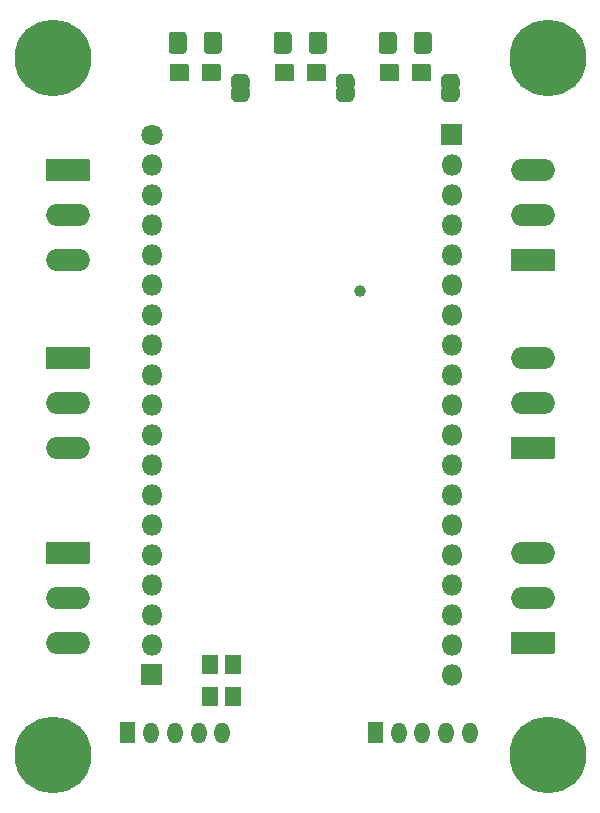
<source format=gbr>
G04 #@! TF.GenerationSoftware,KiCad,Pcbnew,(5.1.7)-1*
G04 #@! TF.CreationDate,2020-12-15T01:37:48+01:00*
G04 #@! TF.ProjectId,espbreakout,65737062-7265-4616-9b6f-75742e6b6963,rev?*
G04 #@! TF.SameCoordinates,Original*
G04 #@! TF.FileFunction,Soldermask,Top*
G04 #@! TF.FilePolarity,Negative*
%FSLAX46Y46*%
G04 Gerber Fmt 4.6, Leading zero omitted, Abs format (unit mm)*
G04 Created by KiCad (PCBNEW (5.1.7)-1) date 2020-12-15 01:37:48*
%MOMM*%
%LPD*%
G01*
G04 APERTURE LIST*
%ADD10O,1.802000X1.802000*%
%ADD11C,1.802000*%
%ADD12O,3.702000X1.902000*%
%ADD13O,1.302000X1.802000*%
%ADD14C,0.100000*%
%ADD15C,1.000000*%
%ADD16C,6.502000*%
%ADD17C,0.902000*%
G04 APERTURE END LIST*
G36*
G01*
X66532000Y-22610400D02*
X66532000Y-20910400D01*
G75*
G02*
X66583000Y-20859400I51000J0D01*
G01*
X68283000Y-20859400D01*
G75*
G02*
X68334000Y-20910400I0J-51000D01*
G01*
X68334000Y-22610400D01*
G75*
G02*
X68283000Y-22661400I-51000J0D01*
G01*
X66583000Y-22661400D01*
G75*
G02*
X66532000Y-22610400I0J51000D01*
G01*
G37*
D10*
X67433000Y-24300400D03*
X67433000Y-26840400D03*
X67433000Y-42080400D03*
X67433000Y-31920400D03*
X67433000Y-29380400D03*
X67433000Y-37000400D03*
X67433000Y-54780400D03*
X67433000Y-49700400D03*
X67433000Y-57320400D03*
X67433000Y-62400400D03*
X67433000Y-64940400D03*
X67433000Y-52240400D03*
X67433000Y-67480400D03*
X67433000Y-39540400D03*
X67433000Y-44620400D03*
X67433000Y-47160400D03*
X67433000Y-59860400D03*
X67433000Y-34460400D03*
D11*
X42040500Y-21768600D03*
D10*
X42040500Y-24308600D03*
X42040500Y-26848600D03*
X42040500Y-42088600D03*
X42040500Y-31928600D03*
X42040500Y-29388600D03*
X42040500Y-37008600D03*
X42040500Y-54788600D03*
X42040500Y-49708600D03*
X42040500Y-57328600D03*
X42040500Y-62408600D03*
X42040500Y-64948600D03*
X42040500Y-52248600D03*
G36*
G01*
X41139500Y-68338600D02*
X41139500Y-66638600D01*
G75*
G02*
X41190500Y-66587600I51000J0D01*
G01*
X42890500Y-66587600D01*
G75*
G02*
X42941500Y-66638600I0J-51000D01*
G01*
X42941500Y-68338600D01*
G75*
G02*
X42890500Y-68389600I-51000J0D01*
G01*
X41190500Y-68389600D01*
G75*
G02*
X41139500Y-68338600I0J51000D01*
G01*
G37*
X42040500Y-39548600D03*
X42040500Y-44628600D03*
X42040500Y-47168600D03*
X42040500Y-59868600D03*
X42040500Y-34468600D03*
G36*
G01*
X33125000Y-39689000D02*
X36725000Y-39689000D01*
G75*
G02*
X36776000Y-39740000I0J-51000D01*
G01*
X36776000Y-41540000D01*
G75*
G02*
X36725000Y-41591000I-51000J0D01*
G01*
X33125000Y-41591000D01*
G75*
G02*
X33074000Y-41540000I0J51000D01*
G01*
X33074000Y-39740000D01*
G75*
G02*
X33125000Y-39689000I51000J0D01*
G01*
G37*
D12*
X34925000Y-44450000D03*
X34925000Y-48260000D03*
G36*
G01*
X33125000Y-56199000D02*
X36725000Y-56199000D01*
G75*
G02*
X36776000Y-56250000I0J-51000D01*
G01*
X36776000Y-58050000D01*
G75*
G02*
X36725000Y-58101000I-51000J0D01*
G01*
X33125000Y-58101000D01*
G75*
G02*
X33074000Y-58050000I0J51000D01*
G01*
X33074000Y-56250000D01*
G75*
G02*
X33125000Y-56199000I51000J0D01*
G01*
G37*
X34925000Y-60960000D03*
X34925000Y-64770000D03*
G36*
G01*
X33125000Y-23814000D02*
X36725000Y-23814000D01*
G75*
G02*
X36776000Y-23865000I0J-51000D01*
G01*
X36776000Y-25665000D01*
G75*
G02*
X36725000Y-25716000I-51000J0D01*
G01*
X33125000Y-25716000D01*
G75*
G02*
X33074000Y-25665000I0J51000D01*
G01*
X33074000Y-23865000D01*
G75*
G02*
X33125000Y-23814000I51000J0D01*
G01*
G37*
X34925000Y-28575000D03*
X34925000Y-32385000D03*
G36*
G01*
X76095000Y-33336000D02*
X72495000Y-33336000D01*
G75*
G02*
X72444000Y-33285000I0J51000D01*
G01*
X72444000Y-31485000D01*
G75*
G02*
X72495000Y-31434000I51000J0D01*
G01*
X76095000Y-31434000D01*
G75*
G02*
X76146000Y-31485000I0J-51000D01*
G01*
X76146000Y-33285000D01*
G75*
G02*
X76095000Y-33336000I-51000J0D01*
G01*
G37*
X74295000Y-28575000D03*
X74295000Y-24765000D03*
G36*
G01*
X76095000Y-49211000D02*
X72495000Y-49211000D01*
G75*
G02*
X72444000Y-49160000I0J51000D01*
G01*
X72444000Y-47360000D01*
G75*
G02*
X72495000Y-47309000I51000J0D01*
G01*
X76095000Y-47309000D01*
G75*
G02*
X76146000Y-47360000I0J-51000D01*
G01*
X76146000Y-49160000D01*
G75*
G02*
X76095000Y-49211000I-51000J0D01*
G01*
G37*
X74295000Y-44450000D03*
X74295000Y-40640000D03*
G36*
G01*
X76095000Y-65721000D02*
X72495000Y-65721000D01*
G75*
G02*
X72444000Y-65670000I0J51000D01*
G01*
X72444000Y-63870000D01*
G75*
G02*
X72495000Y-63819000I51000J0D01*
G01*
X76095000Y-63819000D01*
G75*
G02*
X76146000Y-63870000I0J-51000D01*
G01*
X76146000Y-65670000D01*
G75*
G02*
X76095000Y-65721000I-51000J0D01*
G01*
G37*
X74295000Y-60960000D03*
X74295000Y-57150000D03*
G36*
G01*
X60309000Y-73240001D02*
X60309000Y-71539999D01*
G75*
G02*
X60359999Y-71489000I50999J0D01*
G01*
X61560001Y-71489000D01*
G75*
G02*
X61611000Y-71539999I0J-50999D01*
G01*
X61611000Y-73240001D01*
G75*
G02*
X61560001Y-73291000I-50999J0D01*
G01*
X60359999Y-73291000D01*
G75*
G02*
X60309000Y-73240001I0J50999D01*
G01*
G37*
D13*
X62960000Y-72390000D03*
X64960000Y-72390000D03*
X66960000Y-72390000D03*
X68960000Y-72390000D03*
G36*
G01*
X47871000Y-15850000D02*
X47871000Y-17150000D01*
G75*
G02*
X47820000Y-17201000I-51000J0D01*
G01*
X46320000Y-17201000D01*
G75*
G02*
X46269000Y-17150000I0J51000D01*
G01*
X46269000Y-15850000D01*
G75*
G02*
X46320000Y-15799000I51000J0D01*
G01*
X47820000Y-15799000D01*
G75*
G02*
X47871000Y-15850000I0J-51000D01*
G01*
G37*
G36*
G01*
X45171000Y-15850000D02*
X45171000Y-17150000D01*
G75*
G02*
X45120000Y-17201000I-51000J0D01*
G01*
X43620000Y-17201000D01*
G75*
G02*
X43569000Y-17150000I0J51000D01*
G01*
X43569000Y-15850000D01*
G75*
G02*
X43620000Y-15799000I51000J0D01*
G01*
X45120000Y-15799000D01*
G75*
G02*
X45171000Y-15850000I0J-51000D01*
G01*
G37*
D14*
G36*
X50330398Y-18451112D02*
G01*
X50330398Y-18469534D01*
X50330152Y-18474533D01*
X50325342Y-18523364D01*
X50324608Y-18528314D01*
X50315036Y-18576439D01*
X50313820Y-18581295D01*
X50299576Y-18628250D01*
X50297890Y-18632961D01*
X50279113Y-18678294D01*
X50276973Y-18682820D01*
X50253842Y-18726093D01*
X50251269Y-18730384D01*
X50224009Y-18771183D01*
X50221027Y-18775204D01*
X50189899Y-18813133D01*
X50186538Y-18816841D01*
X50151841Y-18851538D01*
X50148133Y-18854899D01*
X50110204Y-18886027D01*
X50106183Y-18889009D01*
X50065384Y-18916269D01*
X50061093Y-18918842D01*
X50017820Y-18941973D01*
X50013294Y-18944113D01*
X49967961Y-18962890D01*
X49963250Y-18964576D01*
X49916295Y-18978820D01*
X49911439Y-18980036D01*
X49863314Y-18989608D01*
X49858364Y-18990342D01*
X49809533Y-18995152D01*
X49804534Y-18995398D01*
X49786112Y-18995398D01*
X49780000Y-18996000D01*
X49280000Y-18996000D01*
X49273888Y-18995398D01*
X49255466Y-18995398D01*
X49250467Y-18995152D01*
X49201636Y-18990342D01*
X49196686Y-18989608D01*
X49148561Y-18980036D01*
X49143705Y-18978820D01*
X49096750Y-18964576D01*
X49092039Y-18962890D01*
X49046706Y-18944113D01*
X49042180Y-18941973D01*
X48998907Y-18918842D01*
X48994616Y-18916269D01*
X48953817Y-18889009D01*
X48949796Y-18886027D01*
X48911867Y-18854899D01*
X48908159Y-18851538D01*
X48873462Y-18816841D01*
X48870101Y-18813133D01*
X48838973Y-18775204D01*
X48835991Y-18771183D01*
X48808731Y-18730384D01*
X48806158Y-18726093D01*
X48783027Y-18682820D01*
X48780887Y-18678294D01*
X48762110Y-18632961D01*
X48760424Y-18628250D01*
X48746180Y-18581295D01*
X48744964Y-18576439D01*
X48735392Y-18528314D01*
X48734658Y-18523364D01*
X48729848Y-18474533D01*
X48729602Y-18469534D01*
X48729602Y-18451112D01*
X48729000Y-18445000D01*
X48729000Y-17945000D01*
X48729980Y-17935050D01*
X48732882Y-17925483D01*
X48737595Y-17916666D01*
X48743938Y-17908938D01*
X48751666Y-17902595D01*
X48760483Y-17897882D01*
X48770050Y-17894980D01*
X48780000Y-17894000D01*
X50280000Y-17894000D01*
X50289950Y-17894980D01*
X50299517Y-17897882D01*
X50308334Y-17902595D01*
X50316062Y-17908938D01*
X50322405Y-17916666D01*
X50327118Y-17925483D01*
X50330020Y-17935050D01*
X50331000Y-17945000D01*
X50331000Y-18445000D01*
X50330398Y-18451112D01*
G37*
G36*
X50330020Y-17654950D02*
G01*
X50327118Y-17664517D01*
X50322405Y-17673334D01*
X50316062Y-17681062D01*
X50308334Y-17687405D01*
X50299517Y-17692118D01*
X50289950Y-17695020D01*
X50280000Y-17696000D01*
X48780000Y-17696000D01*
X48770050Y-17695020D01*
X48760483Y-17692118D01*
X48751666Y-17687405D01*
X48743938Y-17681062D01*
X48737595Y-17673334D01*
X48732882Y-17664517D01*
X48729980Y-17654950D01*
X48729000Y-17645000D01*
X48729000Y-17145000D01*
X48729602Y-17138888D01*
X48729602Y-17120466D01*
X48729848Y-17115467D01*
X48734658Y-17066636D01*
X48735392Y-17061686D01*
X48744964Y-17013561D01*
X48746180Y-17008705D01*
X48760424Y-16961750D01*
X48762110Y-16957039D01*
X48780887Y-16911706D01*
X48783027Y-16907180D01*
X48806158Y-16863907D01*
X48808731Y-16859616D01*
X48835991Y-16818817D01*
X48838973Y-16814796D01*
X48870101Y-16776867D01*
X48873462Y-16773159D01*
X48908159Y-16738462D01*
X48911867Y-16735101D01*
X48949796Y-16703973D01*
X48953817Y-16700991D01*
X48994616Y-16673731D01*
X48998907Y-16671158D01*
X49042180Y-16648027D01*
X49046706Y-16645887D01*
X49092039Y-16627110D01*
X49096750Y-16625424D01*
X49143705Y-16611180D01*
X49148561Y-16609964D01*
X49196686Y-16600392D01*
X49201636Y-16599658D01*
X49250467Y-16594848D01*
X49255466Y-16594602D01*
X49273888Y-16594602D01*
X49280000Y-16594000D01*
X49780000Y-16594000D01*
X49786112Y-16594602D01*
X49804534Y-16594602D01*
X49809533Y-16594848D01*
X49858364Y-16599658D01*
X49863314Y-16600392D01*
X49911439Y-16609964D01*
X49916295Y-16611180D01*
X49963250Y-16625424D01*
X49967961Y-16627110D01*
X50013294Y-16645887D01*
X50017820Y-16648027D01*
X50061093Y-16671158D01*
X50065384Y-16673731D01*
X50106183Y-16700991D01*
X50110204Y-16703973D01*
X50148133Y-16735101D01*
X50151841Y-16738462D01*
X50186538Y-16773159D01*
X50189899Y-16776867D01*
X50221027Y-16814796D01*
X50224009Y-16818817D01*
X50251269Y-16859616D01*
X50253842Y-16863907D01*
X50276973Y-16907180D01*
X50279113Y-16911706D01*
X50297890Y-16957039D01*
X50299576Y-16961750D01*
X50313820Y-17008705D01*
X50315036Y-17013561D01*
X50324608Y-17061686D01*
X50325342Y-17066636D01*
X50330152Y-17115467D01*
X50330398Y-17120466D01*
X50330398Y-17138888D01*
X50331000Y-17145000D01*
X50331000Y-17645000D01*
X50330020Y-17654950D01*
G37*
G36*
G01*
X44996000Y-13311894D02*
X44996000Y-14628106D01*
G75*
G02*
X44728106Y-14896000I-267894J0D01*
G01*
X43736894Y-14896000D01*
G75*
G02*
X43469000Y-14628106I0J267894D01*
G01*
X43469000Y-13311894D01*
G75*
G02*
X43736894Y-13044000I267894J0D01*
G01*
X44728106Y-13044000D01*
G75*
G02*
X44996000Y-13311894I0J-267894D01*
G01*
G37*
G36*
G01*
X47971000Y-13311894D02*
X47971000Y-14628106D01*
G75*
G02*
X47703106Y-14896000I-267894J0D01*
G01*
X46711894Y-14896000D01*
G75*
G02*
X46444000Y-14628106I0J267894D01*
G01*
X46444000Y-13311894D01*
G75*
G02*
X46711894Y-13044000I267894J0D01*
G01*
X47703106Y-13044000D01*
G75*
G02*
X47971000Y-13311894I0J-267894D01*
G01*
G37*
G36*
G01*
X39354000Y-73240001D02*
X39354000Y-71539999D01*
G75*
G02*
X39404999Y-71489000I50999J0D01*
G01*
X40605001Y-71489000D01*
G75*
G02*
X40656000Y-71539999I0J-50999D01*
G01*
X40656000Y-73240001D01*
G75*
G02*
X40605001Y-73291000I-50999J0D01*
G01*
X39404999Y-73291000D01*
G75*
G02*
X39354000Y-73240001I0J50999D01*
G01*
G37*
D13*
X42005000Y-72390000D03*
X44005000Y-72390000D03*
X46005000Y-72390000D03*
X48005000Y-72390000D03*
G36*
G01*
X56761000Y-15860000D02*
X56761000Y-17160000D01*
G75*
G02*
X56710000Y-17211000I-51000J0D01*
G01*
X55210000Y-17211000D01*
G75*
G02*
X55159000Y-17160000I0J51000D01*
G01*
X55159000Y-15860000D01*
G75*
G02*
X55210000Y-15809000I51000J0D01*
G01*
X56710000Y-15809000D01*
G75*
G02*
X56761000Y-15860000I0J-51000D01*
G01*
G37*
G36*
G01*
X54061000Y-15860000D02*
X54061000Y-17160000D01*
G75*
G02*
X54010000Y-17211000I-51000J0D01*
G01*
X52510000Y-17211000D01*
G75*
G02*
X52459000Y-17160000I0J51000D01*
G01*
X52459000Y-15860000D01*
G75*
G02*
X52510000Y-15809000I51000J0D01*
G01*
X54010000Y-15809000D01*
G75*
G02*
X54061000Y-15860000I0J-51000D01*
G01*
G37*
D14*
G36*
X59220398Y-18436112D02*
G01*
X59220398Y-18454534D01*
X59220152Y-18459533D01*
X59215342Y-18508364D01*
X59214608Y-18513314D01*
X59205036Y-18561439D01*
X59203820Y-18566295D01*
X59189576Y-18613250D01*
X59187890Y-18617961D01*
X59169113Y-18663294D01*
X59166973Y-18667820D01*
X59143842Y-18711093D01*
X59141269Y-18715384D01*
X59114009Y-18756183D01*
X59111027Y-18760204D01*
X59079899Y-18798133D01*
X59076538Y-18801841D01*
X59041841Y-18836538D01*
X59038133Y-18839899D01*
X59000204Y-18871027D01*
X58996183Y-18874009D01*
X58955384Y-18901269D01*
X58951093Y-18903842D01*
X58907820Y-18926973D01*
X58903294Y-18929113D01*
X58857961Y-18947890D01*
X58853250Y-18949576D01*
X58806295Y-18963820D01*
X58801439Y-18965036D01*
X58753314Y-18974608D01*
X58748364Y-18975342D01*
X58699533Y-18980152D01*
X58694534Y-18980398D01*
X58676112Y-18980398D01*
X58670000Y-18981000D01*
X58170000Y-18981000D01*
X58163888Y-18980398D01*
X58145466Y-18980398D01*
X58140467Y-18980152D01*
X58091636Y-18975342D01*
X58086686Y-18974608D01*
X58038561Y-18965036D01*
X58033705Y-18963820D01*
X57986750Y-18949576D01*
X57982039Y-18947890D01*
X57936706Y-18929113D01*
X57932180Y-18926973D01*
X57888907Y-18903842D01*
X57884616Y-18901269D01*
X57843817Y-18874009D01*
X57839796Y-18871027D01*
X57801867Y-18839899D01*
X57798159Y-18836538D01*
X57763462Y-18801841D01*
X57760101Y-18798133D01*
X57728973Y-18760204D01*
X57725991Y-18756183D01*
X57698731Y-18715384D01*
X57696158Y-18711093D01*
X57673027Y-18667820D01*
X57670887Y-18663294D01*
X57652110Y-18617961D01*
X57650424Y-18613250D01*
X57636180Y-18566295D01*
X57634964Y-18561439D01*
X57625392Y-18513314D01*
X57624658Y-18508364D01*
X57619848Y-18459533D01*
X57619602Y-18454534D01*
X57619602Y-18436112D01*
X57619000Y-18430000D01*
X57619000Y-17930000D01*
X57619980Y-17920050D01*
X57622882Y-17910483D01*
X57627595Y-17901666D01*
X57633938Y-17893938D01*
X57641666Y-17887595D01*
X57650483Y-17882882D01*
X57660050Y-17879980D01*
X57670000Y-17879000D01*
X59170000Y-17879000D01*
X59179950Y-17879980D01*
X59189517Y-17882882D01*
X59198334Y-17887595D01*
X59206062Y-17893938D01*
X59212405Y-17901666D01*
X59217118Y-17910483D01*
X59220020Y-17920050D01*
X59221000Y-17930000D01*
X59221000Y-18430000D01*
X59220398Y-18436112D01*
G37*
G36*
X59220020Y-17639950D02*
G01*
X59217118Y-17649517D01*
X59212405Y-17658334D01*
X59206062Y-17666062D01*
X59198334Y-17672405D01*
X59189517Y-17677118D01*
X59179950Y-17680020D01*
X59170000Y-17681000D01*
X57670000Y-17681000D01*
X57660050Y-17680020D01*
X57650483Y-17677118D01*
X57641666Y-17672405D01*
X57633938Y-17666062D01*
X57627595Y-17658334D01*
X57622882Y-17649517D01*
X57619980Y-17639950D01*
X57619000Y-17630000D01*
X57619000Y-17130000D01*
X57619602Y-17123888D01*
X57619602Y-17105466D01*
X57619848Y-17100467D01*
X57624658Y-17051636D01*
X57625392Y-17046686D01*
X57634964Y-16998561D01*
X57636180Y-16993705D01*
X57650424Y-16946750D01*
X57652110Y-16942039D01*
X57670887Y-16896706D01*
X57673027Y-16892180D01*
X57696158Y-16848907D01*
X57698731Y-16844616D01*
X57725991Y-16803817D01*
X57728973Y-16799796D01*
X57760101Y-16761867D01*
X57763462Y-16758159D01*
X57798159Y-16723462D01*
X57801867Y-16720101D01*
X57839796Y-16688973D01*
X57843817Y-16685991D01*
X57884616Y-16658731D01*
X57888907Y-16656158D01*
X57932180Y-16633027D01*
X57936706Y-16630887D01*
X57982039Y-16612110D01*
X57986750Y-16610424D01*
X58033705Y-16596180D01*
X58038561Y-16594964D01*
X58086686Y-16585392D01*
X58091636Y-16584658D01*
X58140467Y-16579848D01*
X58145466Y-16579602D01*
X58163888Y-16579602D01*
X58170000Y-16579000D01*
X58670000Y-16579000D01*
X58676112Y-16579602D01*
X58694534Y-16579602D01*
X58699533Y-16579848D01*
X58748364Y-16584658D01*
X58753314Y-16585392D01*
X58801439Y-16594964D01*
X58806295Y-16596180D01*
X58853250Y-16610424D01*
X58857961Y-16612110D01*
X58903294Y-16630887D01*
X58907820Y-16633027D01*
X58951093Y-16656158D01*
X58955384Y-16658731D01*
X58996183Y-16685991D01*
X59000204Y-16688973D01*
X59038133Y-16720101D01*
X59041841Y-16723462D01*
X59076538Y-16758159D01*
X59079899Y-16761867D01*
X59111027Y-16799796D01*
X59114009Y-16803817D01*
X59141269Y-16844616D01*
X59143842Y-16848907D01*
X59166973Y-16892180D01*
X59169113Y-16896706D01*
X59187890Y-16942039D01*
X59189576Y-16946750D01*
X59203820Y-16993705D01*
X59205036Y-16998561D01*
X59214608Y-17046686D01*
X59215342Y-17051636D01*
X59220152Y-17100467D01*
X59220398Y-17105466D01*
X59220398Y-17123888D01*
X59221000Y-17130000D01*
X59221000Y-17630000D01*
X59220020Y-17639950D01*
G37*
G36*
G01*
X53886000Y-13311894D02*
X53886000Y-14628106D01*
G75*
G02*
X53618106Y-14896000I-267894J0D01*
G01*
X52626894Y-14896000D01*
G75*
G02*
X52359000Y-14628106I0J267894D01*
G01*
X52359000Y-13311894D01*
G75*
G02*
X52626894Y-13044000I267894J0D01*
G01*
X53618106Y-13044000D01*
G75*
G02*
X53886000Y-13311894I0J-267894D01*
G01*
G37*
G36*
G01*
X56861000Y-13311894D02*
X56861000Y-14628106D01*
G75*
G02*
X56593106Y-14896000I-267894J0D01*
G01*
X55601894Y-14896000D01*
G75*
G02*
X55334000Y-14628106I0J267894D01*
G01*
X55334000Y-13311894D01*
G75*
G02*
X55601894Y-13044000I267894J0D01*
G01*
X56593106Y-13044000D01*
G75*
G02*
X56861000Y-13311894I0J-267894D01*
G01*
G37*
D15*
X59662800Y-35023000D03*
D14*
G36*
X68110398Y-18436112D02*
G01*
X68110398Y-18454534D01*
X68110152Y-18459533D01*
X68105342Y-18508364D01*
X68104608Y-18513314D01*
X68095036Y-18561439D01*
X68093820Y-18566295D01*
X68079576Y-18613250D01*
X68077890Y-18617961D01*
X68059113Y-18663294D01*
X68056973Y-18667820D01*
X68033842Y-18711093D01*
X68031269Y-18715384D01*
X68004009Y-18756183D01*
X68001027Y-18760204D01*
X67969899Y-18798133D01*
X67966538Y-18801841D01*
X67931841Y-18836538D01*
X67928133Y-18839899D01*
X67890204Y-18871027D01*
X67886183Y-18874009D01*
X67845384Y-18901269D01*
X67841093Y-18903842D01*
X67797820Y-18926973D01*
X67793294Y-18929113D01*
X67747961Y-18947890D01*
X67743250Y-18949576D01*
X67696295Y-18963820D01*
X67691439Y-18965036D01*
X67643314Y-18974608D01*
X67638364Y-18975342D01*
X67589533Y-18980152D01*
X67584534Y-18980398D01*
X67566112Y-18980398D01*
X67560000Y-18981000D01*
X67060000Y-18981000D01*
X67053888Y-18980398D01*
X67035466Y-18980398D01*
X67030467Y-18980152D01*
X66981636Y-18975342D01*
X66976686Y-18974608D01*
X66928561Y-18965036D01*
X66923705Y-18963820D01*
X66876750Y-18949576D01*
X66872039Y-18947890D01*
X66826706Y-18929113D01*
X66822180Y-18926973D01*
X66778907Y-18903842D01*
X66774616Y-18901269D01*
X66733817Y-18874009D01*
X66729796Y-18871027D01*
X66691867Y-18839899D01*
X66688159Y-18836538D01*
X66653462Y-18801841D01*
X66650101Y-18798133D01*
X66618973Y-18760204D01*
X66615991Y-18756183D01*
X66588731Y-18715384D01*
X66586158Y-18711093D01*
X66563027Y-18667820D01*
X66560887Y-18663294D01*
X66542110Y-18617961D01*
X66540424Y-18613250D01*
X66526180Y-18566295D01*
X66524964Y-18561439D01*
X66515392Y-18513314D01*
X66514658Y-18508364D01*
X66509848Y-18459533D01*
X66509602Y-18454534D01*
X66509602Y-18436112D01*
X66509000Y-18430000D01*
X66509000Y-17930000D01*
X66509980Y-17920050D01*
X66512882Y-17910483D01*
X66517595Y-17901666D01*
X66523938Y-17893938D01*
X66531666Y-17887595D01*
X66540483Y-17882882D01*
X66550050Y-17879980D01*
X66560000Y-17879000D01*
X68060000Y-17879000D01*
X68069950Y-17879980D01*
X68079517Y-17882882D01*
X68088334Y-17887595D01*
X68096062Y-17893938D01*
X68102405Y-17901666D01*
X68107118Y-17910483D01*
X68110020Y-17920050D01*
X68111000Y-17930000D01*
X68111000Y-18430000D01*
X68110398Y-18436112D01*
G37*
G36*
X68110020Y-17639950D02*
G01*
X68107118Y-17649517D01*
X68102405Y-17658334D01*
X68096062Y-17666062D01*
X68088334Y-17672405D01*
X68079517Y-17677118D01*
X68069950Y-17680020D01*
X68060000Y-17681000D01*
X66560000Y-17681000D01*
X66550050Y-17680020D01*
X66540483Y-17677118D01*
X66531666Y-17672405D01*
X66523938Y-17666062D01*
X66517595Y-17658334D01*
X66512882Y-17649517D01*
X66509980Y-17639950D01*
X66509000Y-17630000D01*
X66509000Y-17130000D01*
X66509602Y-17123888D01*
X66509602Y-17105466D01*
X66509848Y-17100467D01*
X66514658Y-17051636D01*
X66515392Y-17046686D01*
X66524964Y-16998561D01*
X66526180Y-16993705D01*
X66540424Y-16946750D01*
X66542110Y-16942039D01*
X66560887Y-16896706D01*
X66563027Y-16892180D01*
X66586158Y-16848907D01*
X66588731Y-16844616D01*
X66615991Y-16803817D01*
X66618973Y-16799796D01*
X66650101Y-16761867D01*
X66653462Y-16758159D01*
X66688159Y-16723462D01*
X66691867Y-16720101D01*
X66729796Y-16688973D01*
X66733817Y-16685991D01*
X66774616Y-16658731D01*
X66778907Y-16656158D01*
X66822180Y-16633027D01*
X66826706Y-16630887D01*
X66872039Y-16612110D01*
X66876750Y-16610424D01*
X66923705Y-16596180D01*
X66928561Y-16594964D01*
X66976686Y-16585392D01*
X66981636Y-16584658D01*
X67030467Y-16579848D01*
X67035466Y-16579602D01*
X67053888Y-16579602D01*
X67060000Y-16579000D01*
X67560000Y-16579000D01*
X67566112Y-16579602D01*
X67584534Y-16579602D01*
X67589533Y-16579848D01*
X67638364Y-16584658D01*
X67643314Y-16585392D01*
X67691439Y-16594964D01*
X67696295Y-16596180D01*
X67743250Y-16610424D01*
X67747961Y-16612110D01*
X67793294Y-16630887D01*
X67797820Y-16633027D01*
X67841093Y-16656158D01*
X67845384Y-16658731D01*
X67886183Y-16685991D01*
X67890204Y-16688973D01*
X67928133Y-16720101D01*
X67931841Y-16723462D01*
X67966538Y-16758159D01*
X67969899Y-16761867D01*
X68001027Y-16799796D01*
X68004009Y-16803817D01*
X68031269Y-16844616D01*
X68033842Y-16848907D01*
X68056973Y-16892180D01*
X68059113Y-16896706D01*
X68077890Y-16942039D01*
X68079576Y-16946750D01*
X68093820Y-16993705D01*
X68095036Y-16998561D01*
X68104608Y-17046686D01*
X68105342Y-17051636D01*
X68110152Y-17100467D01*
X68110398Y-17105466D01*
X68110398Y-17123888D01*
X68111000Y-17130000D01*
X68111000Y-17630000D01*
X68110020Y-17639950D01*
G37*
G36*
G01*
X65651000Y-15860000D02*
X65651000Y-17160000D01*
G75*
G02*
X65600000Y-17211000I-51000J0D01*
G01*
X64100000Y-17211000D01*
G75*
G02*
X64049000Y-17160000I0J51000D01*
G01*
X64049000Y-15860000D01*
G75*
G02*
X64100000Y-15809000I51000J0D01*
G01*
X65600000Y-15809000D01*
G75*
G02*
X65651000Y-15860000I0J-51000D01*
G01*
G37*
G36*
G01*
X62951000Y-15860000D02*
X62951000Y-17160000D01*
G75*
G02*
X62900000Y-17211000I-51000J0D01*
G01*
X61400000Y-17211000D01*
G75*
G02*
X61349000Y-17160000I0J51000D01*
G01*
X61349000Y-15860000D01*
G75*
G02*
X61400000Y-15809000I51000J0D01*
G01*
X62900000Y-15809000D01*
G75*
G02*
X62951000Y-15860000I0J-51000D01*
G01*
G37*
G36*
G01*
X62776000Y-13311894D02*
X62776000Y-14628106D01*
G75*
G02*
X62508106Y-14896000I-267894J0D01*
G01*
X61516894Y-14896000D01*
G75*
G02*
X61249000Y-14628106I0J267894D01*
G01*
X61249000Y-13311894D01*
G75*
G02*
X61516894Y-13044000I267894J0D01*
G01*
X62508106Y-13044000D01*
G75*
G02*
X62776000Y-13311894I0J-267894D01*
G01*
G37*
G36*
G01*
X65751000Y-13311894D02*
X65751000Y-14628106D01*
G75*
G02*
X65483106Y-14896000I-267894J0D01*
G01*
X64491894Y-14896000D01*
G75*
G02*
X64224000Y-14628106I0J267894D01*
G01*
X64224000Y-13311894D01*
G75*
G02*
X64491894Y-13044000I267894J0D01*
G01*
X65483106Y-13044000D01*
G75*
G02*
X65751000Y-13311894I0J-267894D01*
G01*
G37*
G36*
G01*
X48275000Y-65794000D02*
X49575000Y-65794000D01*
G75*
G02*
X49626000Y-65845000I0J-51000D01*
G01*
X49626000Y-67345000D01*
G75*
G02*
X49575000Y-67396000I-51000J0D01*
G01*
X48275000Y-67396000D01*
G75*
G02*
X48224000Y-67345000I0J51000D01*
G01*
X48224000Y-65845000D01*
G75*
G02*
X48275000Y-65794000I51000J0D01*
G01*
G37*
G36*
G01*
X48275000Y-68494000D02*
X49575000Y-68494000D01*
G75*
G02*
X49626000Y-68545000I0J-51000D01*
G01*
X49626000Y-70045000D01*
G75*
G02*
X49575000Y-70096000I-51000J0D01*
G01*
X48275000Y-70096000D01*
G75*
G02*
X48224000Y-70045000I0J51000D01*
G01*
X48224000Y-68545000D01*
G75*
G02*
X48275000Y-68494000I51000J0D01*
G01*
G37*
G36*
G01*
X46340000Y-65794000D02*
X47640000Y-65794000D01*
G75*
G02*
X47691000Y-65845000I0J-51000D01*
G01*
X47691000Y-67345000D01*
G75*
G02*
X47640000Y-67396000I-51000J0D01*
G01*
X46340000Y-67396000D01*
G75*
G02*
X46289000Y-67345000I0J51000D01*
G01*
X46289000Y-65845000D01*
G75*
G02*
X46340000Y-65794000I51000J0D01*
G01*
G37*
G36*
G01*
X46340000Y-68494000D02*
X47640000Y-68494000D01*
G75*
G02*
X47691000Y-68545000I0J-51000D01*
G01*
X47691000Y-70045000D01*
G75*
G02*
X47640000Y-70096000I-51000J0D01*
G01*
X46340000Y-70096000D01*
G75*
G02*
X46289000Y-70045000I0J51000D01*
G01*
X46289000Y-68545000D01*
G75*
G02*
X46340000Y-68494000I51000J0D01*
G01*
G37*
D16*
X75565000Y-74295000D03*
D17*
X77965000Y-74295000D03*
X77262056Y-75992056D03*
X75565000Y-76695000D03*
X73867944Y-75992056D03*
X73165000Y-74295000D03*
X73867944Y-72597944D03*
X75565000Y-71895000D03*
X77262056Y-72597944D03*
D16*
X33655000Y-74295000D03*
D17*
X36055000Y-74295000D03*
X35352056Y-75992056D03*
X33655000Y-76695000D03*
X31957944Y-75992056D03*
X31255000Y-74295000D03*
X31957944Y-72597944D03*
X33655000Y-71895000D03*
X35352056Y-72597944D03*
D16*
X75565000Y-15240000D03*
D17*
X77965000Y-15240000D03*
X77262056Y-16937056D03*
X75565000Y-17640000D03*
X73867944Y-16937056D03*
X73165000Y-15240000D03*
X73867944Y-13542944D03*
X75565000Y-12840000D03*
X77262056Y-13542944D03*
D16*
X33655000Y-15240000D03*
D17*
X36055000Y-15240000D03*
X35352056Y-16937056D03*
X33655000Y-17640000D03*
X31957944Y-16937056D03*
X31255000Y-15240000D03*
X31957944Y-13542944D03*
X33655000Y-12840000D03*
X35352056Y-13542944D03*
D14*
G36*
X48755333Y-17687097D02*
G01*
X48761252Y-17690261D01*
X48770445Y-17693050D01*
X48780094Y-17694000D01*
X50279906Y-17694000D01*
X50289555Y-17693050D01*
X50298748Y-17690261D01*
X50304671Y-17687095D01*
X50306670Y-17687161D01*
X50307613Y-17688924D01*
X50306883Y-17690405D01*
X50305751Y-17691334D01*
X50305593Y-17691451D01*
X50292904Y-17699929D01*
X50275857Y-17716976D01*
X50262462Y-17737024D01*
X50253236Y-17759298D01*
X50248532Y-17782948D01*
X50248532Y-17807054D01*
X50253237Y-17830704D01*
X50262463Y-17852978D01*
X50275858Y-17873025D01*
X50292905Y-17890072D01*
X50305593Y-17898550D01*
X50305751Y-17898667D01*
X50306879Y-17899593D01*
X50307583Y-17901465D01*
X50306314Y-17903011D01*
X50304667Y-17902903D01*
X50298748Y-17899739D01*
X50289555Y-17896950D01*
X50279906Y-17896000D01*
X48780094Y-17896000D01*
X48770445Y-17896950D01*
X48761252Y-17899739D01*
X48755329Y-17902905D01*
X48753330Y-17902839D01*
X48752387Y-17901076D01*
X48753117Y-17899595D01*
X48754249Y-17898666D01*
X48754407Y-17898549D01*
X48767096Y-17890071D01*
X48784143Y-17873024D01*
X48797538Y-17852976D01*
X48806764Y-17830702D01*
X48811468Y-17807052D01*
X48811468Y-17782946D01*
X48806763Y-17759296D01*
X48797537Y-17737022D01*
X48784142Y-17716975D01*
X48767095Y-17699928D01*
X48754407Y-17691450D01*
X48754249Y-17691333D01*
X48753121Y-17690407D01*
X48752417Y-17688535D01*
X48753686Y-17686989D01*
X48755333Y-17687097D01*
G37*
G36*
X57645333Y-17672097D02*
G01*
X57651252Y-17675261D01*
X57660445Y-17678050D01*
X57670094Y-17679000D01*
X59169906Y-17679000D01*
X59179555Y-17678050D01*
X59188748Y-17675261D01*
X59194671Y-17672095D01*
X59196670Y-17672161D01*
X59197613Y-17673924D01*
X59196883Y-17675405D01*
X59195751Y-17676334D01*
X59195593Y-17676451D01*
X59182904Y-17684929D01*
X59165857Y-17701976D01*
X59152462Y-17722024D01*
X59143236Y-17744298D01*
X59138532Y-17767948D01*
X59138532Y-17792054D01*
X59143237Y-17815704D01*
X59152463Y-17837978D01*
X59165858Y-17858025D01*
X59182905Y-17875072D01*
X59195593Y-17883550D01*
X59195751Y-17883667D01*
X59196879Y-17884593D01*
X59197583Y-17886465D01*
X59196314Y-17888011D01*
X59194667Y-17887903D01*
X59188748Y-17884739D01*
X59179555Y-17881950D01*
X59169906Y-17881000D01*
X57670094Y-17881000D01*
X57660445Y-17881950D01*
X57651252Y-17884739D01*
X57645329Y-17887905D01*
X57643330Y-17887839D01*
X57642387Y-17886076D01*
X57643117Y-17884595D01*
X57644249Y-17883666D01*
X57644407Y-17883549D01*
X57657096Y-17875071D01*
X57674143Y-17858024D01*
X57687538Y-17837976D01*
X57696764Y-17815702D01*
X57701468Y-17792052D01*
X57701468Y-17767946D01*
X57696763Y-17744296D01*
X57687537Y-17722022D01*
X57674142Y-17701975D01*
X57657095Y-17684928D01*
X57644407Y-17676450D01*
X57644249Y-17676333D01*
X57643121Y-17675407D01*
X57642417Y-17673535D01*
X57643686Y-17671989D01*
X57645333Y-17672097D01*
G37*
G36*
X66535333Y-17672097D02*
G01*
X66541252Y-17675261D01*
X66550445Y-17678050D01*
X66560094Y-17679000D01*
X68059906Y-17679000D01*
X68069555Y-17678050D01*
X68078748Y-17675261D01*
X68084671Y-17672095D01*
X68086670Y-17672161D01*
X68087613Y-17673924D01*
X68086883Y-17675405D01*
X68085751Y-17676334D01*
X68085593Y-17676451D01*
X68072904Y-17684929D01*
X68055857Y-17701976D01*
X68042462Y-17722024D01*
X68033236Y-17744298D01*
X68028532Y-17767948D01*
X68028532Y-17792054D01*
X68033237Y-17815704D01*
X68042463Y-17837978D01*
X68055858Y-17858025D01*
X68072905Y-17875072D01*
X68085593Y-17883550D01*
X68085751Y-17883667D01*
X68086879Y-17884593D01*
X68087583Y-17886465D01*
X68086314Y-17888011D01*
X68084667Y-17887903D01*
X68078748Y-17884739D01*
X68069555Y-17881950D01*
X68059906Y-17881000D01*
X66560094Y-17881000D01*
X66550445Y-17881950D01*
X66541252Y-17884739D01*
X66535329Y-17887905D01*
X66533330Y-17887839D01*
X66532387Y-17886076D01*
X66533117Y-17884595D01*
X66534249Y-17883666D01*
X66534407Y-17883549D01*
X66547096Y-17875071D01*
X66564143Y-17858024D01*
X66577538Y-17837976D01*
X66586764Y-17815702D01*
X66591468Y-17792052D01*
X66591468Y-17767946D01*
X66586763Y-17744296D01*
X66577537Y-17722022D01*
X66564142Y-17701975D01*
X66547095Y-17684928D01*
X66534407Y-17676450D01*
X66534249Y-17676333D01*
X66533121Y-17675407D01*
X66532417Y-17673535D01*
X66533686Y-17671989D01*
X66535333Y-17672097D01*
G37*
M02*

</source>
